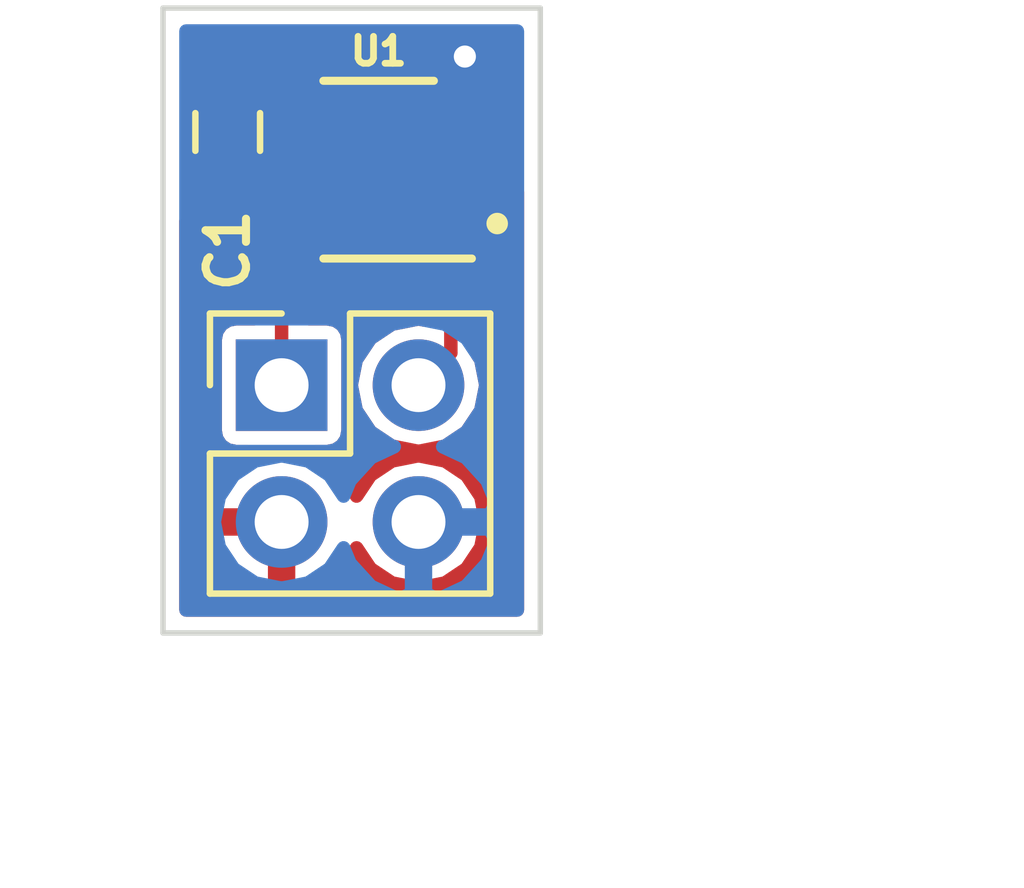
<source format=kicad_pcb>
(kicad_pcb (version 4) (host pcbnew 4.0.6)

  (general
    (links 6)
    (no_connects 0)
    (area 149.05 100.9 171.232572 119.700001)
    (thickness 1.6)
    (drawings 7)
    (tracks 11)
    (zones 0)
    (modules 3)
    (nets 5)
  )

  (page A4)
  (layers
    (0 F.Cu signal)
    (31 B.Cu signal)
    (32 B.Adhes user)
    (33 F.Adhes user)
    (34 B.Paste user)
    (35 F.Paste user)
    (36 B.SilkS user)
    (37 F.SilkS user)
    (38 B.Mask user)
    (39 F.Mask user)
    (40 Dwgs.User user)
    (41 Cmts.User user)
    (42 Eco1.User user)
    (43 Eco2.User user)
    (44 Edge.Cuts user)
    (45 Margin user)
    (46 B.CrtYd user)
    (47 F.CrtYd user)
    (48 B.Fab user)
    (49 F.Fab user)
  )

  (setup
    (last_trace_width 0.25)
    (user_trace_width 0.25)
    (user_trace_width 0.3)
    (user_trace_width 0.38)
    (user_trace_width 0.4)
    (user_trace_width 0.64)
    (user_trace_width 0.8)
    (user_trace_width 1.27)
    (user_trace_width 2.5)
    (trace_clearance 0.15)
    (zone_clearance 0.25)
    (zone_45_only no)
    (trace_min 0.2)
    (segment_width 0.2)
    (edge_width 0.1)
    (via_size 0.81)
    (via_drill 0.41)
    (via_min_size 0.4)
    (via_min_drill 0.3)
    (user_via 0.81 0.41)
    (user_via 0.9 0.5)
    (user_via 1.22 0.61)
    (uvia_size 0.3)
    (uvia_drill 0.1)
    (uvias_allowed no)
    (uvia_min_size 0.2)
    (uvia_min_drill 0.1)
    (pcb_text_width 0.3)
    (pcb_text_size 1.5 1.5)
    (mod_edge_width 0.15)
    (mod_text_size 1 1)
    (mod_text_width 0.15)
    (pad_size 1.5 1.5)
    (pad_drill 0.6)
    (pad_to_mask_clearance 0)
    (aux_axis_origin 152 113)
    (grid_origin 152 113)
    (visible_elements 7FFFFFFF)
    (pcbplotparams
      (layerselection 0x010e8_80000001)
      (usegerberextensions false)
      (excludeedgelayer true)
      (linewidth 0.100000)
      (plotframeref false)
      (viasonmask false)
      (mode 1)
      (useauxorigin true)
      (hpglpennumber 1)
      (hpglpenspeed 20)
      (hpglpendiameter 15)
      (hpglpenoverlay 2)
      (psnegative false)
      (psa4output false)
      (plotreference true)
      (plotvalue true)
      (plotinvisibletext false)
      (padsonsilk false)
      (subtractmaskfromsilk false)
      (outputformat 1)
      (mirror false)
      (drillshape 0)
      (scaleselection 1)
      (outputdirectory "Ficheros de fabricación/"))
  )

  (net 0 "")
  (net 1 GND)
  (net 2 +3V3)
  (net 3 /SCK)
  (net 4 /DATA)

  (net_class Default "Esta es la clase de red por defecto."
    (clearance 0.15)
    (trace_width 0.25)
    (via_dia 0.81)
    (via_drill 0.41)
    (uvia_dia 0.3)
    (uvia_drill 0.1)
    (add_net /DATA)
    (add_net /SCK)
  )

  (net_class Alimentación ""
    (clearance 0.15)
    (trace_width 0.38)
    (via_dia 0.81)
    (via_drill 0.41)
    (uvia_dia 0.3)
    (uvia_drill 0.1)
    (add_net +3V3)
    (add_net GND)
  )

  (module Pin_Headers:Pin_Header_Straight_2x02_Pitch2.54mm (layer F.Cu) (tedit 59648262) (tstamp 593A4CE2)
    (at 154.2 108.4)
    (descr "Through hole straight pin header, 2x02, 2.54mm pitch, double rows")
    (tags "Through hole pin header THT 2x02 2.54mm double row")
    (path /58FCBCA9)
    (fp_text reference "" (at -5 1.2) (layer F.SilkS)
      (effects (font (size 1 1) (thickness 0.15)))
    )
    (fp_text value CONN_01X04 (at 1.2 1.75) (layer F.Fab)
      (effects (font (size 0.5 0.5) (thickness 0.125)))
    )
    (fp_line (start -1.27 -1.27) (end -1.27 3.81) (layer F.Fab) (width 0.1))
    (fp_line (start -1.27 3.81) (end 3.81 3.81) (layer F.Fab) (width 0.1))
    (fp_line (start 3.81 3.81) (end 3.81 -1.27) (layer F.Fab) (width 0.1))
    (fp_line (start 3.81 -1.27) (end -1.27 -1.27) (layer F.Fab) (width 0.1))
    (fp_line (start -1.33 1.27) (end -1.33 3.87) (layer F.SilkS) (width 0.12))
    (fp_line (start -1.33 3.87) (end 3.87 3.87) (layer F.SilkS) (width 0.12))
    (fp_line (start 3.87 3.87) (end 3.87 -1.33) (layer F.SilkS) (width 0.12))
    (fp_line (start 3.87 -1.33) (end 1.27 -1.33) (layer F.SilkS) (width 0.12))
    (fp_line (start 1.27 -1.33) (end 1.27 1.27) (layer F.SilkS) (width 0.12))
    (fp_line (start 1.27 1.27) (end -1.33 1.27) (layer F.SilkS) (width 0.12))
    (fp_line (start -1.33 0) (end -1.33 -1.33) (layer F.SilkS) (width 0.12))
    (fp_line (start -1.33 -1.33) (end 0 -1.33) (layer F.SilkS) (width 0.12))
    (fp_line (start -1.8 -1.8) (end -1.8 4.35) (layer F.CrtYd) (width 0.05))
    (fp_line (start -1.8 4.35) (end 4.35 4.35) (layer F.CrtYd) (width 0.05))
    (fp_line (start 4.35 4.35) (end 4.35 -1.8) (layer F.CrtYd) (width 0.05))
    (fp_line (start 4.35 -1.8) (end -1.8 -1.8) (layer F.CrtYd) (width 0.05))
    (fp_text user %R (at 1.27 -2.33) (layer F.Fab)
      (effects (font (size 1 1) (thickness 0.15)))
    )
    (pad 1 thru_hole rect (at 0 0) (size 1.7 1.7) (drill 1) (layers *.Cu *.Mask)
      (net 3 /SCK))
    (pad 2 thru_hole oval (at 2.54 0) (size 1.7 1.7) (drill 1) (layers *.Cu *.Mask)
      (net 4 /DATA))
    (pad 3 thru_hole oval (at 0 2.54) (size 1.7 1.7) (drill 1) (layers *.Cu *.Mask)
      (net 2 +3V3))
    (pad 4 thru_hole oval (at 2.54 2.54) (size 1.7 1.7) (drill 1) (layers *.Cu *.Mask)
      (net 1 GND))
  )

  (module Capacitors_SMD:C_0603 (layer F.Cu) (tedit 5964827E) (tstamp 593A4CDA)
    (at 153.2 103.7 270)
    (descr "Capacitor SMD 0603, reflow soldering, AVX (see smccp.pdf)")
    (tags "capacitor 0603")
    (path /58FA9D72)
    (attr smd)
    (fp_text reference C1 (at 2.2 0 270) (layer F.SilkS)
      (effects (font (size 0.75 0.75) (thickness 0.15)))
    )
    (fp_text value 0.1uF (at 0 2.35 270) (layer F.Fab) hide
      (effects (font (size 1 1) (thickness 0.15)))
    )
    (fp_text user %R (at 1.85 0 270) (layer F.Fab)
      (effects (font (size 1 1) (thickness 0.15)))
    )
    (fp_line (start -0.8 0.4) (end -0.8 -0.4) (layer F.Fab) (width 0.1))
    (fp_line (start 0.8 0.4) (end -0.8 0.4) (layer F.Fab) (width 0.1))
    (fp_line (start 0.8 -0.4) (end 0.8 0.4) (layer F.Fab) (width 0.1))
    (fp_line (start -0.8 -0.4) (end 0.8 -0.4) (layer F.Fab) (width 0.1))
    (fp_line (start -0.35 -0.6) (end 0.35 -0.6) (layer F.SilkS) (width 0.12))
    (fp_line (start 0.35 0.6) (end -0.35 0.6) (layer F.SilkS) (width 0.12))
    (fp_line (start -1.4 -0.65) (end 1.4 -0.65) (layer F.CrtYd) (width 0.05))
    (fp_line (start -1.4 -0.65) (end -1.4 0.65) (layer F.CrtYd) (width 0.05))
    (fp_line (start 1.4 0.65) (end 1.4 -0.65) (layer F.CrtYd) (width 0.05))
    (fp_line (start 1.4 0.65) (end -1.4 0.65) (layer F.CrtYd) (width 0.05))
    (pad 1 smd rect (at -0.75 0 270) (size 0.8 0.75) (layers F.Cu F.Paste F.Mask)
      (net 1 GND))
    (pad 2 smd rect (at 0.75 0 270) (size 0.8 0.75) (layers F.Cu F.Paste F.Mask)
      (net 2 +3V3))
    (model Capacitors_SMD.3dshapes/C_0603.wrl
      (at (xyz 0 0 0))
      (scale (xyz 1 1 1))
      (rotate (xyz 0 0 0))
    )
  )

  (module Housings_DFN_QFN:DFN-6-1EP_3x3mm_Pitch0.95mm (layer F.Cu) (tedit 5964824B) (tstamp 593A4CF0)
    (at 156 104.4 180)
    (descr "DFN6 3*3 MM, 0.95 PITCH; CASE 506AH-01 (see ON Semiconductor 506AH.PDF)")
    (tags "DFN 0.95")
    (path /58FA9A9C)
    (attr smd)
    (fp_text reference U1 (at 0 2.2 180) (layer F.SilkS)
      (effects (font (size 0.5 0.5) (thickness 0.125)))
    )
    (fp_text value HTU21D (at 0.05 2.15 180) (layer F.Fab)
      (effects (font (size 1 1) (thickness 0.15)))
    )
    (fp_line (start -0.5 -1.5) (end 1.5 -1.5) (layer F.Fab) (width 0.15))
    (fp_line (start 1.5 -1.5) (end 1.5 1.5) (layer F.Fab) (width 0.15))
    (fp_line (start 1.5 1.5) (end -1.5 1.5) (layer F.Fab) (width 0.15))
    (fp_line (start -1.5 1.5) (end -1.5 -0.5) (layer F.Fab) (width 0.15))
    (fp_line (start -1.5 -0.5) (end -0.5 -1.5) (layer F.Fab) (width 0.15))
    (fp_line (start -1.9 -1.85) (end -1.9 1.85) (layer F.CrtYd) (width 0.05))
    (fp_line (start 1.9 -1.85) (end 1.9 1.85) (layer F.CrtYd) (width 0.05))
    (fp_line (start -1.9 -1.85) (end 1.9 -1.85) (layer F.CrtYd) (width 0.05))
    (fp_line (start -1.9 1.85) (end 1.9 1.85) (layer F.CrtYd) (width 0.05))
    (fp_line (start -1.025 1.65) (end 1.025 1.65) (layer F.SilkS) (width 0.15))
    (fp_line (start -1.73 -1.65) (end 1.025 -1.65) (layer F.SilkS) (width 0.15))
    (pad 1 smd rect (at -1.34 -0.95 180) (size 0.63 0.45) (layers F.Cu F.Paste F.Mask)
      (net 4 /DATA))
    (pad 2 smd rect (at -1.34 0 180) (size 0.63 0.45) (layers F.Cu F.Paste F.Mask)
      (net 1 GND))
    (pad 3 smd rect (at -1.34 0.95 180) (size 0.63 0.45) (layers F.Cu F.Paste F.Mask))
    (pad 4 smd rect (at 1.34 0.95 180) (size 0.63 0.45) (layers F.Cu F.Paste F.Mask))
    (pad 5 smd rect (at 1.34 0 180) (size 0.63 0.45) (layers F.Cu F.Paste F.Mask)
      (net 2 +3V3))
    (pad 6 smd rect (at 1.34 -0.95 180) (size 0.63 0.45) (layers F.Cu F.Paste F.Mask)
      (net 3 /SCK))
    (pad 7 smd rect (at 0.425 0.65 180) (size 0.85 1.3) (layers F.Cu F.Paste F.Mask)
      (solder_paste_margin_ratio -0.2))
    (pad 7 smd rect (at 0.425 -0.65 180) (size 0.85 1.3) (layers F.Cu F.Paste F.Mask)
      (solder_paste_margin_ratio -0.2))
    (pad 7 smd rect (at -0.425 0.65 180) (size 0.85 1.3) (layers F.Cu F.Paste F.Mask)
      (solder_paste_margin_ratio -0.2))
    (pad 7 smd rect (at -0.425 -0.65 180) (size 0.85 1.3) (layers F.Cu F.Paste F.Mask)
      (solder_paste_margin_ratio -0.2))
    (model Housings_DFN_QFN.3dshapes/DFN-6-1EP_3x3mm_Pitch0.95mm.wrl
      (at (xyz 0 0 0))
      (scale (xyz 1 1 1))
      (rotate (xyz 0 0 0))
    )
  )

  (gr_circle (center 158.2 105.4) (end 158.2 105.3) (layer F.SilkS) (width 0.2))
  (dimension 11.600431 (width 0.3) (layer Dwgs.User)
    (gr_text 11,600mm (at 165.304 107.241844 89.5060831) (layer Dwgs.User)
      (effects (font (size 1.5 1.5) (thickness 0.3)))
    )
    (feature1 (pts (xy 160.5 101.4) (xy 166.70395 101.453482)))
    (feature2 (pts (xy 160.4 113) (xy 166.60395 113.053482)))
    (crossbar (pts (xy 163.90405 113.030207) (xy 164.00405 101.430207)))
    (arrow1a (pts (xy 164.00405 101.430207) (xy 164.580738 102.561724)))
    (arrow1b (pts (xy 164.00405 101.430207) (xy 163.40794 102.551614)))
    (arrow2a (pts (xy 163.90405 113.030207) (xy 164.50016 111.9088)))
    (arrow2b (pts (xy 163.90405 113.030207) (xy 163.327362 111.89869)))
  )
  (gr_line (start 159 101.4) (end 159 113) (angle 90) (layer Edge.Cuts) (width 0.1))
  (gr_line (start 152 101.4) (end 159 101.4) (angle 90) (layer Edge.Cuts) (width 0.1))
  (gr_line (start 152 113) (end 152 101.4) (angle 90) (layer Edge.Cuts) (width 0.1))
  (dimension 7 (width 0.3) (layer Dwgs.User)
    (gr_text 7,000mm (at 155.5 118.35) (layer Dwgs.User)
      (effects (font (size 1.5 1.5) (thickness 0.3)))
    )
    (feature1 (pts (xy 159 114) (xy 159 119.7)))
    (feature2 (pts (xy 152 114) (xy 152 119.7)))
    (crossbar (pts (xy 152 117) (xy 159 117)))
    (arrow1a (pts (xy 159 117) (xy 157.873496 117.586421)))
    (arrow1b (pts (xy 159 117) (xy 157.873496 116.413579)))
    (arrow2a (pts (xy 152 117) (xy 153.126504 117.586421)))
    (arrow2b (pts (xy 152 117) (xy 153.126504 116.413579)))
  )
  (gr_line (start 159 113) (end 152 113) (angle 90) (layer Edge.Cuts) (width 0.1))

  (segment (start 157.6 102.3) (end 153.85 102.3) (width 0.38) (layer F.Cu) (net 1))
  (segment (start 158.2 104.4) (end 158.2 102.5) (width 0.38) (layer F.Cu) (net 1) (tstamp 593A887A))
  (segment (start 158.2 102.5) (end 158 102.3) (width 0.38) (layer F.Cu) (net 1) (tstamp 593A887B))
  (segment (start 158 102.3) (end 157.6 102.3) (width 0.38) (layer F.Cu) (net 1) (tstamp 593A887F))
  (via (at 157.6 102.3) (size 0.81) (drill 0.41) (layers F.Cu B.Cu) (net 1))
  (segment (start 157.34 104.4) (end 158.2 104.4) (width 0.38) (layer F.Cu) (net 1))
  (segment (start 153.85 102.3) (end 153.2 102.95) (width 0.38) (layer F.Cu) (net 1) (tstamp 593A88CB))
  (segment (start 154.2 108.4) (end 154.2 105.81) (width 0.25) (layer F.Cu) (net 3))
  (segment (start 154.2 105.81) (end 154.66 105.35) (width 0.25) (layer F.Cu) (net 3) (tstamp 593A8866))
  (segment (start 157.34 105.35) (end 157.34 107.8) (width 0.25) (layer F.Cu) (net 4))
  (segment (start 157.34 107.8) (end 156.74 108.4) (width 0.25) (layer F.Cu) (net 4) (tstamp 593A886F))

  (zone (net 2) (net_name +3V3) (layer F.Cu) (tstamp 593A888A) (hatch edge 0.508)
    (connect_pads (clearance 0.25))
    (min_thickness 0.254)
    (fill yes (arc_segments 16) (thermal_gap 0.508) (thermal_bridge_width 0.508))
    (polygon
      (pts
        (xy 152.2 101.6) (xy 158.8 101.6) (xy 158.8 112.8) (xy 152.2 112.8)
      )
    )
    (filled_polygon
      (pts
        (xy 154.765615 104.547) (xy 154.533 104.547) (xy 154.533 104.5125) (xy 153.86875 104.5125) (xy 153.80425 104.577)
        (xy 153.327 104.577) (xy 153.327 105.32625) (xy 153.48575 105.485) (xy 153.70131 105.485) (xy 153.895501 105.404564)
        (xy 153.845032 105.455032) (xy 153.736212 105.617893) (xy 153.697999 105.81) (xy 153.698 105.810005) (xy 153.698 107.165615)
        (xy 153.35 107.165615) (xy 153.210292 107.191903) (xy 153.08198 107.27447) (xy 152.995899 107.400453) (xy 152.965615 107.55)
        (xy 152.965615 109.25) (xy 152.991903 109.389708) (xy 153.07447 109.51802) (xy 153.200453 109.604101) (xy 153.35 109.634385)
        (xy 153.553791 109.634385) (xy 153.318642 109.744817) (xy 152.928355 110.173076) (xy 152.758524 110.58311) (xy 152.879845 110.813)
        (xy 154.073 110.813) (xy 154.073 110.793) (xy 154.327 110.793) (xy 154.327 110.813) (xy 154.347 110.813)
        (xy 154.347 111.067) (xy 154.327 111.067) (xy 154.327 112.260819) (xy 154.556892 112.381486) (xy 155.081358 112.135183)
        (xy 155.471645 111.706924) (xy 155.590048 111.421056) (xy 155.848342 111.80762) (xy 156.246409 112.0736) (xy 156.715962 112.167)
        (xy 156.764038 112.167) (xy 157.233591 112.0736) (xy 157.631658 111.80762) (xy 157.897638 111.409553) (xy 157.991038 110.94)
        (xy 157.897638 110.470447) (xy 157.631658 110.07238) (xy 157.233591 109.8064) (xy 156.764038 109.713) (xy 156.715962 109.713)
        (xy 156.246409 109.8064) (xy 155.848342 110.07238) (xy 155.590048 110.458944) (xy 155.471645 110.173076) (xy 155.081358 109.744817)
        (xy 154.846209 109.634385) (xy 155.05 109.634385) (xy 155.189708 109.608097) (xy 155.31802 109.52553) (xy 155.404101 109.399547)
        (xy 155.434385 109.25) (xy 155.434385 107.55) (xy 155.408097 107.410292) (xy 155.32553 107.28198) (xy 155.199547 107.195899)
        (xy 155.05 107.165615) (xy 154.702 107.165615) (xy 154.702 106.017936) (xy 154.760551 105.959385) (xy 154.868913 105.959385)
        (xy 154.87447 105.96802) (xy 155.000453 106.054101) (xy 155.15 106.084385) (xy 156.838 106.084385) (xy 156.838 107.187712)
        (xy 156.764038 107.173) (xy 156.715962 107.173) (xy 156.246409 107.2664) (xy 155.848342 107.53238) (xy 155.582362 107.930447)
        (xy 155.488962 108.4) (xy 155.582362 108.869553) (xy 155.848342 109.26762) (xy 156.246409 109.5336) (xy 156.715962 109.627)
        (xy 156.764038 109.627) (xy 157.233591 109.5336) (xy 157.631658 109.26762) (xy 157.897638 108.869553) (xy 157.991038 108.4)
        (xy 157.897638 107.930447) (xy 157.834768 107.836356) (xy 157.842 107.8) (xy 157.842 105.902665) (xy 157.92302 105.85053)
        (xy 158.009101 105.724547) (xy 158.039385 105.575) (xy 158.039385 105.125) (xy 158.013097 104.985292) (xy 158.001326 104.967)
        (xy 158.2 104.967) (xy 158.416982 104.92384) (xy 158.573 104.819592) (xy 158.573 112.573) (xy 152.427 112.573)
        (xy 152.427 111.29689) (xy 152.758524 111.29689) (xy 152.928355 111.706924) (xy 153.318642 112.135183) (xy 153.843108 112.381486)
        (xy 154.073 112.260819) (xy 154.073 111.067) (xy 152.879845 111.067) (xy 152.758524 111.29689) (xy 152.427 111.29689)
        (xy 152.427 105.350026) (xy 152.465301 105.388327) (xy 152.69869 105.485) (xy 152.91425 105.485) (xy 153.073 105.32625)
        (xy 153.073 104.577) (xy 153.053 104.577) (xy 153.053 104.323) (xy 153.073 104.323) (xy 153.073 104.303)
        (xy 153.327 104.303) (xy 153.327 104.323) (xy 154.05125 104.323) (xy 154.08675 104.2875) (xy 154.533 104.2875)
        (xy 154.533 104.253) (xy 154.765615 104.253)
      )
    )
  )
  (zone (net 1) (net_name GND) (layer B.Cu) (tstamp 593A889D) (hatch edge 0.508)
    (connect_pads (clearance 0.25))
    (min_thickness 0.254)
    (fill yes (arc_segments 16) (thermal_gap 0.508) (thermal_bridge_width 0.508))
    (polygon
      (pts
        (xy 152.2 112.8) (xy 152.2 101.6) (xy 158.8 101.6) (xy 158.8 112.8)
      )
    )
    (filled_polygon
      (pts
        (xy 158.573 112.573) (xy 152.427 112.573) (xy 152.427 110.94) (xy 152.948962 110.94) (xy 153.042362 111.409553)
        (xy 153.308342 111.80762) (xy 153.706409 112.0736) (xy 154.175962 112.167) (xy 154.224038 112.167) (xy 154.693591 112.0736)
        (xy 155.091658 111.80762) (xy 155.349952 111.421056) (xy 155.468355 111.706924) (xy 155.858642 112.135183) (xy 156.383108 112.381486)
        (xy 156.613 112.260819) (xy 156.613 111.067) (xy 156.867 111.067) (xy 156.867 112.260819) (xy 157.096892 112.381486)
        (xy 157.621358 112.135183) (xy 158.011645 111.706924) (xy 158.181476 111.29689) (xy 158.060155 111.067) (xy 156.867 111.067)
        (xy 156.613 111.067) (xy 156.593 111.067) (xy 156.593 110.813) (xy 156.613 110.813) (xy 156.613 110.793)
        (xy 156.867 110.793) (xy 156.867 110.813) (xy 158.060155 110.813) (xy 158.181476 110.58311) (xy 158.011645 110.173076)
        (xy 157.621358 109.744817) (xy 157.190046 109.542262) (xy 157.233591 109.5336) (xy 157.631658 109.26762) (xy 157.897638 108.869553)
        (xy 157.991038 108.4) (xy 157.897638 107.930447) (xy 157.631658 107.53238) (xy 157.233591 107.2664) (xy 156.764038 107.173)
        (xy 156.715962 107.173) (xy 156.246409 107.2664) (xy 155.848342 107.53238) (xy 155.582362 107.930447) (xy 155.488962 108.4)
        (xy 155.582362 108.869553) (xy 155.848342 109.26762) (xy 156.246409 109.5336) (xy 156.289954 109.542262) (xy 155.858642 109.744817)
        (xy 155.468355 110.173076) (xy 155.349952 110.458944) (xy 155.091658 110.07238) (xy 154.693591 109.8064) (xy 154.224038 109.713)
        (xy 154.175962 109.713) (xy 153.706409 109.8064) (xy 153.308342 110.07238) (xy 153.042362 110.470447) (xy 152.948962 110.94)
        (xy 152.427 110.94) (xy 152.427 107.55) (xy 152.965615 107.55) (xy 152.965615 109.25) (xy 152.991903 109.389708)
        (xy 153.07447 109.51802) (xy 153.200453 109.604101) (xy 153.35 109.634385) (xy 155.05 109.634385) (xy 155.189708 109.608097)
        (xy 155.31802 109.52553) (xy 155.404101 109.399547) (xy 155.434385 109.25) (xy 155.434385 107.55) (xy 155.408097 107.410292)
        (xy 155.32553 107.28198) (xy 155.199547 107.195899) (xy 155.05 107.165615) (xy 153.35 107.165615) (xy 153.210292 107.191903)
        (xy 153.08198 107.27447) (xy 152.995899 107.400453) (xy 152.965615 107.55) (xy 152.427 107.55) (xy 152.427 101.827)
        (xy 158.573 101.827)
      )
    )
  )
)

</source>
